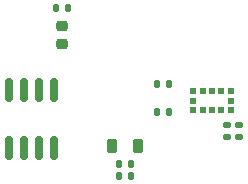
<source format=gbr>
%TF.GenerationSoftware,KiCad,Pcbnew,(6.0.0-0)*%
%TF.CreationDate,2022-03-26T01:05:03-04:00*%
%TF.ProjectId,human_activity,68756d61-6e5f-4616-9374-69766974792e,rev?*%
%TF.SameCoordinates,Original*%
%TF.FileFunction,Paste,Top*%
%TF.FilePolarity,Positive*%
%FSLAX46Y46*%
G04 Gerber Fmt 4.6, Leading zero omitted, Abs format (unit mm)*
G04 Created by KiCad (PCBNEW (6.0.0-0)) date 2022-03-26 01:05:03*
%MOMM*%
%LPD*%
G01*
G04 APERTURE LIST*
G04 Aperture macros list*
%AMRoundRect*
0 Rectangle with rounded corners*
0 $1 Rounding radius*
0 $2 $3 $4 $5 $6 $7 $8 $9 X,Y pos of 4 corners*
0 Add a 4 corners polygon primitive as box body*
4,1,4,$2,$3,$4,$5,$6,$7,$8,$9,$2,$3,0*
0 Add four circle primitives for the rounded corners*
1,1,$1+$1,$2,$3*
1,1,$1+$1,$4,$5*
1,1,$1+$1,$6,$7*
1,1,$1+$1,$8,$9*
0 Add four rect primitives between the rounded corners*
20,1,$1+$1,$2,$3,$4,$5,0*
20,1,$1+$1,$4,$5,$6,$7,0*
20,1,$1+$1,$6,$7,$8,$9,0*
20,1,$1+$1,$8,$9,$2,$3,0*%
G04 Aperture macros list end*
%ADD10RoundRect,0.135000X0.135000X0.185000X-0.135000X0.185000X-0.135000X-0.185000X0.135000X-0.185000X0*%
%ADD11RoundRect,0.218750X-0.218750X-0.381250X0.218750X-0.381250X0.218750X0.381250X-0.218750X0.381250X0*%
%ADD12RoundRect,0.140000X0.140000X0.170000X-0.140000X0.170000X-0.140000X-0.170000X0.140000X-0.170000X0*%
%ADD13RoundRect,0.135000X-0.135000X-0.185000X0.135000X-0.185000X0.135000X0.185000X-0.135000X0.185000X0*%
%ADD14RoundRect,0.150000X0.150000X-0.825000X0.150000X0.825000X-0.150000X0.825000X-0.150000X-0.825000X0*%
%ADD15RoundRect,0.140000X-0.170000X0.140000X-0.170000X-0.140000X0.170000X-0.140000X0.170000X0.140000X0*%
%ADD16R,0.500000X0.500000*%
%ADD17RoundRect,0.218750X-0.256250X0.218750X-0.256250X-0.218750X0.256250X-0.218750X0.256250X0.218750X0*%
G04 APERTURE END LIST*
D10*
%TO.C,R3*%
X99062000Y-63754000D03*
X98042000Y-63754000D03*
%TD*%
D11*
%TO.C,FB1*%
X102823500Y-75438000D03*
X104948500Y-75438000D03*
%TD*%
D12*
%TO.C,C1*%
X104366000Y-76962000D03*
X103406000Y-76962000D03*
%TD*%
D13*
%TO.C,R1*%
X106590000Y-72600000D03*
X107610000Y-72600000D03*
%TD*%
D12*
%TO.C,C3*%
X104366000Y-77978000D03*
X103406000Y-77978000D03*
%TD*%
D14*
%TO.C,U3*%
X94107000Y-75627000D03*
X95377000Y-75627000D03*
X96647000Y-75627000D03*
X97917000Y-75627000D03*
X97917000Y-70677000D03*
X96647000Y-70677000D03*
X95377000Y-70677000D03*
X94107000Y-70677000D03*
%TD*%
D15*
%TO.C,C2*%
X112522000Y-73688000D03*
X112522000Y-74648000D03*
%TD*%
D16*
%TO.C,U1*%
X112852000Y-72428000D03*
X112052000Y-72418000D03*
X111252000Y-72428000D03*
X110452000Y-72428000D03*
X109652000Y-72428000D03*
X109652000Y-71628000D03*
X109652000Y-70828000D03*
X110452000Y-70828000D03*
X111252000Y-70828000D03*
X112052000Y-70828000D03*
X112852000Y-70828000D03*
X112852000Y-71628000D03*
%TD*%
D13*
%TO.C,R2*%
X106590000Y-70200000D03*
X107610000Y-70200000D03*
%TD*%
D17*
%TO.C,D1*%
X98552000Y-66827500D03*
X98552000Y-65252500D03*
%TD*%
D15*
%TO.C,C4*%
X113538000Y-73688000D03*
X113538000Y-74648000D03*
%TD*%
M02*

</source>
